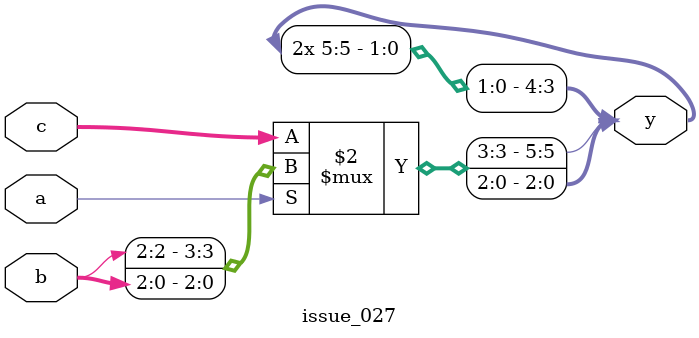
<source format=v>
module issue_027(a, b, c, y);
  input [0:0] a;
  input signed [2:0] b;
  input signed [3:0] c;
  output [5:0] y;

  // Yosys prior to git commit 9e99984 had a bug in sign extend for const_eval of this
  // expression, which showed up as a 'yosim' bug in vloghammer.
  assign y = a ? b : c;
endmodule

</source>
